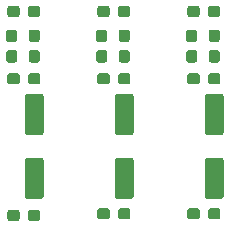
<source format=gbr>
G04 #@! TF.GenerationSoftware,KiCad,Pcbnew,(5.1.5-0-10_14)*
G04 #@! TF.CreationDate,2020-07-09T21:36:47+03:00*
G04 #@! TF.ProjectId,miniRGBii,6d696e69-5247-4426-9969-2e6b69636164,rev?*
G04 #@! TF.SameCoordinates,Original*
G04 #@! TF.FileFunction,Paste,Top*
G04 #@! TF.FilePolarity,Positive*
%FSLAX46Y46*%
G04 Gerber Fmt 4.6, Leading zero omitted, Abs format (unit mm)*
G04 Created by KiCad (PCBNEW (5.1.5-0-10_14)) date 2020-07-09 21:36:47*
%MOMM*%
%LPD*%
G04 APERTURE LIST*
%ADD10C,0.100000*%
G04 APERTURE END LIST*
D10*
G36*
X12502779Y-21243144D02*
G01*
X12525834Y-21246563D01*
X12548443Y-21252227D01*
X12570387Y-21260079D01*
X12591457Y-21270044D01*
X12611448Y-21282026D01*
X12630168Y-21295910D01*
X12647438Y-21311562D01*
X12663090Y-21328832D01*
X12676974Y-21347552D01*
X12688956Y-21367543D01*
X12698921Y-21388613D01*
X12706773Y-21410557D01*
X12712437Y-21433166D01*
X12715856Y-21456221D01*
X12717000Y-21479500D01*
X12717000Y-21954500D01*
X12715856Y-21977779D01*
X12712437Y-22000834D01*
X12706773Y-22023443D01*
X12698921Y-22045387D01*
X12688956Y-22066457D01*
X12676974Y-22086448D01*
X12663090Y-22105168D01*
X12647438Y-22122438D01*
X12630168Y-22138090D01*
X12611448Y-22151974D01*
X12591457Y-22163956D01*
X12570387Y-22173921D01*
X12548443Y-22181773D01*
X12525834Y-22187437D01*
X12502779Y-22190856D01*
X12479500Y-22192000D01*
X11904500Y-22192000D01*
X11881221Y-22190856D01*
X11858166Y-22187437D01*
X11835557Y-22181773D01*
X11813613Y-22173921D01*
X11792543Y-22163956D01*
X11772552Y-22151974D01*
X11753832Y-22138090D01*
X11736562Y-22122438D01*
X11720910Y-22105168D01*
X11707026Y-22086448D01*
X11695044Y-22066457D01*
X11685079Y-22045387D01*
X11677227Y-22023443D01*
X11671563Y-22000834D01*
X11668144Y-21977779D01*
X11667000Y-21954500D01*
X11667000Y-21479500D01*
X11668144Y-21456221D01*
X11671563Y-21433166D01*
X11677227Y-21410557D01*
X11685079Y-21388613D01*
X11695044Y-21367543D01*
X11707026Y-21347552D01*
X11720910Y-21328832D01*
X11736562Y-21311562D01*
X11753832Y-21295910D01*
X11772552Y-21282026D01*
X11792543Y-21270044D01*
X11813613Y-21260079D01*
X11835557Y-21252227D01*
X11858166Y-21246563D01*
X11881221Y-21243144D01*
X11904500Y-21242000D01*
X12479500Y-21242000D01*
X12502779Y-21243144D01*
G37*
G36*
X10752779Y-21243144D02*
G01*
X10775834Y-21246563D01*
X10798443Y-21252227D01*
X10820387Y-21260079D01*
X10841457Y-21270044D01*
X10861448Y-21282026D01*
X10880168Y-21295910D01*
X10897438Y-21311562D01*
X10913090Y-21328832D01*
X10926974Y-21347552D01*
X10938956Y-21367543D01*
X10948921Y-21388613D01*
X10956773Y-21410557D01*
X10962437Y-21433166D01*
X10965856Y-21456221D01*
X10967000Y-21479500D01*
X10967000Y-21954500D01*
X10965856Y-21977779D01*
X10962437Y-22000834D01*
X10956773Y-22023443D01*
X10948921Y-22045387D01*
X10938956Y-22066457D01*
X10926974Y-22086448D01*
X10913090Y-22105168D01*
X10897438Y-22122438D01*
X10880168Y-22138090D01*
X10861448Y-22151974D01*
X10841457Y-22163956D01*
X10820387Y-22173921D01*
X10798443Y-22181773D01*
X10775834Y-22187437D01*
X10752779Y-22190856D01*
X10729500Y-22192000D01*
X10154500Y-22192000D01*
X10131221Y-22190856D01*
X10108166Y-22187437D01*
X10085557Y-22181773D01*
X10063613Y-22173921D01*
X10042543Y-22163956D01*
X10022552Y-22151974D01*
X10003832Y-22138090D01*
X9986562Y-22122438D01*
X9970910Y-22105168D01*
X9957026Y-22086448D01*
X9945044Y-22066457D01*
X9935079Y-22045387D01*
X9927227Y-22023443D01*
X9921563Y-22000834D01*
X9918144Y-21977779D01*
X9917000Y-21954500D01*
X9917000Y-21479500D01*
X9918144Y-21456221D01*
X9921563Y-21433166D01*
X9927227Y-21410557D01*
X9935079Y-21388613D01*
X9945044Y-21367543D01*
X9957026Y-21347552D01*
X9970910Y-21328832D01*
X9986562Y-21311562D01*
X10003832Y-21295910D01*
X10022552Y-21282026D01*
X10042543Y-21270044D01*
X10063613Y-21260079D01*
X10085557Y-21252227D01*
X10108166Y-21246563D01*
X10131221Y-21243144D01*
X10154500Y-21242000D01*
X10729500Y-21242000D01*
X10752779Y-21243144D01*
G37*
G36*
X18372779Y-4098144D02*
G01*
X18395834Y-4101563D01*
X18418443Y-4107227D01*
X18440387Y-4115079D01*
X18461457Y-4125044D01*
X18481448Y-4137026D01*
X18500168Y-4150910D01*
X18517438Y-4166562D01*
X18533090Y-4183832D01*
X18546974Y-4202552D01*
X18558956Y-4222543D01*
X18568921Y-4243613D01*
X18576773Y-4265557D01*
X18582437Y-4288166D01*
X18585856Y-4311221D01*
X18587000Y-4334500D01*
X18587000Y-4809500D01*
X18585856Y-4832779D01*
X18582437Y-4855834D01*
X18576773Y-4878443D01*
X18568921Y-4900387D01*
X18558956Y-4921457D01*
X18546974Y-4941448D01*
X18533090Y-4960168D01*
X18517438Y-4977438D01*
X18500168Y-4993090D01*
X18481448Y-5006974D01*
X18461457Y-5018956D01*
X18440387Y-5028921D01*
X18418443Y-5036773D01*
X18395834Y-5042437D01*
X18372779Y-5045856D01*
X18349500Y-5047000D01*
X17774500Y-5047000D01*
X17751221Y-5045856D01*
X17728166Y-5042437D01*
X17705557Y-5036773D01*
X17683613Y-5028921D01*
X17662543Y-5018956D01*
X17642552Y-5006974D01*
X17623832Y-4993090D01*
X17606562Y-4977438D01*
X17590910Y-4960168D01*
X17577026Y-4941448D01*
X17565044Y-4921457D01*
X17555079Y-4900387D01*
X17547227Y-4878443D01*
X17541563Y-4855834D01*
X17538144Y-4832779D01*
X17537000Y-4809500D01*
X17537000Y-4334500D01*
X17538144Y-4311221D01*
X17541563Y-4288166D01*
X17547227Y-4265557D01*
X17555079Y-4243613D01*
X17565044Y-4222543D01*
X17577026Y-4202552D01*
X17590910Y-4183832D01*
X17606562Y-4166562D01*
X17623832Y-4150910D01*
X17642552Y-4137026D01*
X17662543Y-4125044D01*
X17683613Y-4115079D01*
X17705557Y-4107227D01*
X17728166Y-4101563D01*
X17751221Y-4098144D01*
X17774500Y-4097000D01*
X18349500Y-4097000D01*
X18372779Y-4098144D01*
G37*
G36*
X20122779Y-4098144D02*
G01*
X20145834Y-4101563D01*
X20168443Y-4107227D01*
X20190387Y-4115079D01*
X20211457Y-4125044D01*
X20231448Y-4137026D01*
X20250168Y-4150910D01*
X20267438Y-4166562D01*
X20283090Y-4183832D01*
X20296974Y-4202552D01*
X20308956Y-4222543D01*
X20318921Y-4243613D01*
X20326773Y-4265557D01*
X20332437Y-4288166D01*
X20335856Y-4311221D01*
X20337000Y-4334500D01*
X20337000Y-4809500D01*
X20335856Y-4832779D01*
X20332437Y-4855834D01*
X20326773Y-4878443D01*
X20318921Y-4900387D01*
X20308956Y-4921457D01*
X20296974Y-4941448D01*
X20283090Y-4960168D01*
X20267438Y-4977438D01*
X20250168Y-4993090D01*
X20231448Y-5006974D01*
X20211457Y-5018956D01*
X20190387Y-5028921D01*
X20168443Y-5036773D01*
X20145834Y-5042437D01*
X20122779Y-5045856D01*
X20099500Y-5047000D01*
X19524500Y-5047000D01*
X19501221Y-5045856D01*
X19478166Y-5042437D01*
X19455557Y-5036773D01*
X19433613Y-5028921D01*
X19412543Y-5018956D01*
X19392552Y-5006974D01*
X19373832Y-4993090D01*
X19356562Y-4977438D01*
X19340910Y-4960168D01*
X19327026Y-4941448D01*
X19315044Y-4921457D01*
X19305079Y-4900387D01*
X19297227Y-4878443D01*
X19291563Y-4855834D01*
X19288144Y-4832779D01*
X19287000Y-4809500D01*
X19287000Y-4334500D01*
X19288144Y-4311221D01*
X19291563Y-4288166D01*
X19297227Y-4265557D01*
X19305079Y-4243613D01*
X19315044Y-4222543D01*
X19327026Y-4202552D01*
X19340910Y-4183832D01*
X19356562Y-4166562D01*
X19373832Y-4150910D01*
X19392552Y-4137026D01*
X19412543Y-4125044D01*
X19433613Y-4115079D01*
X19455557Y-4107227D01*
X19478166Y-4101563D01*
X19501221Y-4098144D01*
X19524500Y-4097000D01*
X20099500Y-4097000D01*
X20122779Y-4098144D01*
G37*
G36*
X12766504Y-16953204D02*
G01*
X12790773Y-16956804D01*
X12814571Y-16962765D01*
X12837671Y-16971030D01*
X12859849Y-16981520D01*
X12880893Y-16994133D01*
X12900598Y-17008747D01*
X12918777Y-17025223D01*
X12935253Y-17043402D01*
X12949867Y-17063107D01*
X12962480Y-17084151D01*
X12972970Y-17106329D01*
X12981235Y-17129429D01*
X12987196Y-17153227D01*
X12990796Y-17177496D01*
X12992000Y-17202000D01*
X12992000Y-20202000D01*
X12990796Y-20226504D01*
X12987196Y-20250773D01*
X12981235Y-20274571D01*
X12972970Y-20297671D01*
X12962480Y-20319849D01*
X12949867Y-20340893D01*
X12935253Y-20360598D01*
X12918777Y-20378777D01*
X12900598Y-20395253D01*
X12880893Y-20409867D01*
X12859849Y-20422480D01*
X12837671Y-20432970D01*
X12814571Y-20441235D01*
X12790773Y-20447196D01*
X12766504Y-20450796D01*
X12742000Y-20452000D01*
X11642000Y-20452000D01*
X11617496Y-20450796D01*
X11593227Y-20447196D01*
X11569429Y-20441235D01*
X11546329Y-20432970D01*
X11524151Y-20422480D01*
X11503107Y-20409867D01*
X11483402Y-20395253D01*
X11465223Y-20378777D01*
X11448747Y-20360598D01*
X11434133Y-20340893D01*
X11421520Y-20319849D01*
X11411030Y-20297671D01*
X11402765Y-20274571D01*
X11396804Y-20250773D01*
X11393204Y-20226504D01*
X11392000Y-20202000D01*
X11392000Y-17202000D01*
X11393204Y-17177496D01*
X11396804Y-17153227D01*
X11402765Y-17129429D01*
X11411030Y-17106329D01*
X11421520Y-17084151D01*
X11434133Y-17063107D01*
X11448747Y-17043402D01*
X11465223Y-17025223D01*
X11483402Y-17008747D01*
X11503107Y-16994133D01*
X11524151Y-16981520D01*
X11546329Y-16971030D01*
X11569429Y-16962765D01*
X11593227Y-16956804D01*
X11617496Y-16953204D01*
X11642000Y-16952000D01*
X12742000Y-16952000D01*
X12766504Y-16953204D01*
G37*
G36*
X12766504Y-11553204D02*
G01*
X12790773Y-11556804D01*
X12814571Y-11562765D01*
X12837671Y-11571030D01*
X12859849Y-11581520D01*
X12880893Y-11594133D01*
X12900598Y-11608747D01*
X12918777Y-11625223D01*
X12935253Y-11643402D01*
X12949867Y-11663107D01*
X12962480Y-11684151D01*
X12972970Y-11706329D01*
X12981235Y-11729429D01*
X12987196Y-11753227D01*
X12990796Y-11777496D01*
X12992000Y-11802000D01*
X12992000Y-14802000D01*
X12990796Y-14826504D01*
X12987196Y-14850773D01*
X12981235Y-14874571D01*
X12972970Y-14897671D01*
X12962480Y-14919849D01*
X12949867Y-14940893D01*
X12935253Y-14960598D01*
X12918777Y-14978777D01*
X12900598Y-14995253D01*
X12880893Y-15009867D01*
X12859849Y-15022480D01*
X12837671Y-15032970D01*
X12814571Y-15041235D01*
X12790773Y-15047196D01*
X12766504Y-15050796D01*
X12742000Y-15052000D01*
X11642000Y-15052000D01*
X11617496Y-15050796D01*
X11593227Y-15047196D01*
X11569429Y-15041235D01*
X11546329Y-15032970D01*
X11524151Y-15022480D01*
X11503107Y-15009867D01*
X11483402Y-14995253D01*
X11465223Y-14978777D01*
X11448747Y-14960598D01*
X11434133Y-14940893D01*
X11421520Y-14919849D01*
X11411030Y-14897671D01*
X11402765Y-14874571D01*
X11396804Y-14850773D01*
X11393204Y-14826504D01*
X11392000Y-14802000D01*
X11392000Y-11802000D01*
X11393204Y-11777496D01*
X11396804Y-11753227D01*
X11402765Y-11729429D01*
X11411030Y-11706329D01*
X11421520Y-11684151D01*
X11434133Y-11663107D01*
X11448747Y-11643402D01*
X11465223Y-11625223D01*
X11483402Y-11608747D01*
X11503107Y-11594133D01*
X11524151Y-11581520D01*
X11546329Y-11571030D01*
X11569429Y-11562765D01*
X11593227Y-11556804D01*
X11617496Y-11553204D01*
X11642000Y-11552000D01*
X12742000Y-11552000D01*
X12766504Y-11553204D01*
G37*
G36*
X20386504Y-11553204D02*
G01*
X20410773Y-11556804D01*
X20434571Y-11562765D01*
X20457671Y-11571030D01*
X20479849Y-11581520D01*
X20500893Y-11594133D01*
X20520598Y-11608747D01*
X20538777Y-11625223D01*
X20555253Y-11643402D01*
X20569867Y-11663107D01*
X20582480Y-11684151D01*
X20592970Y-11706329D01*
X20601235Y-11729429D01*
X20607196Y-11753227D01*
X20610796Y-11777496D01*
X20612000Y-11802000D01*
X20612000Y-14802000D01*
X20610796Y-14826504D01*
X20607196Y-14850773D01*
X20601235Y-14874571D01*
X20592970Y-14897671D01*
X20582480Y-14919849D01*
X20569867Y-14940893D01*
X20555253Y-14960598D01*
X20538777Y-14978777D01*
X20520598Y-14995253D01*
X20500893Y-15009867D01*
X20479849Y-15022480D01*
X20457671Y-15032970D01*
X20434571Y-15041235D01*
X20410773Y-15047196D01*
X20386504Y-15050796D01*
X20362000Y-15052000D01*
X19262000Y-15052000D01*
X19237496Y-15050796D01*
X19213227Y-15047196D01*
X19189429Y-15041235D01*
X19166329Y-15032970D01*
X19144151Y-15022480D01*
X19123107Y-15009867D01*
X19103402Y-14995253D01*
X19085223Y-14978777D01*
X19068747Y-14960598D01*
X19054133Y-14940893D01*
X19041520Y-14919849D01*
X19031030Y-14897671D01*
X19022765Y-14874571D01*
X19016804Y-14850773D01*
X19013204Y-14826504D01*
X19012000Y-14802000D01*
X19012000Y-11802000D01*
X19013204Y-11777496D01*
X19016804Y-11753227D01*
X19022765Y-11729429D01*
X19031030Y-11706329D01*
X19041520Y-11684151D01*
X19054133Y-11663107D01*
X19068747Y-11643402D01*
X19085223Y-11625223D01*
X19103402Y-11608747D01*
X19123107Y-11594133D01*
X19144151Y-11581520D01*
X19166329Y-11571030D01*
X19189429Y-11562765D01*
X19213227Y-11556804D01*
X19237496Y-11553204D01*
X19262000Y-11552000D01*
X20362000Y-11552000D01*
X20386504Y-11553204D01*
G37*
G36*
X20386504Y-16953204D02*
G01*
X20410773Y-16956804D01*
X20434571Y-16962765D01*
X20457671Y-16971030D01*
X20479849Y-16981520D01*
X20500893Y-16994133D01*
X20520598Y-17008747D01*
X20538777Y-17025223D01*
X20555253Y-17043402D01*
X20569867Y-17063107D01*
X20582480Y-17084151D01*
X20592970Y-17106329D01*
X20601235Y-17129429D01*
X20607196Y-17153227D01*
X20610796Y-17177496D01*
X20612000Y-17202000D01*
X20612000Y-20202000D01*
X20610796Y-20226504D01*
X20607196Y-20250773D01*
X20601235Y-20274571D01*
X20592970Y-20297671D01*
X20582480Y-20319849D01*
X20569867Y-20340893D01*
X20555253Y-20360598D01*
X20538777Y-20378777D01*
X20520598Y-20395253D01*
X20500893Y-20409867D01*
X20479849Y-20422480D01*
X20457671Y-20432970D01*
X20434571Y-20441235D01*
X20410773Y-20447196D01*
X20386504Y-20450796D01*
X20362000Y-20452000D01*
X19262000Y-20452000D01*
X19237496Y-20450796D01*
X19213227Y-20447196D01*
X19189429Y-20441235D01*
X19166329Y-20432970D01*
X19144151Y-20422480D01*
X19123107Y-20409867D01*
X19103402Y-20395253D01*
X19085223Y-20378777D01*
X19068747Y-20360598D01*
X19054133Y-20340893D01*
X19041520Y-20319849D01*
X19031030Y-20297671D01*
X19022765Y-20274571D01*
X19016804Y-20250773D01*
X19013204Y-20226504D01*
X19012000Y-20202000D01*
X19012000Y-17202000D01*
X19013204Y-17177496D01*
X19016804Y-17153227D01*
X19022765Y-17129429D01*
X19031030Y-17106329D01*
X19041520Y-17084151D01*
X19054133Y-17063107D01*
X19068747Y-17043402D01*
X19085223Y-17025223D01*
X19103402Y-17008747D01*
X19123107Y-16994133D01*
X19144151Y-16981520D01*
X19166329Y-16971030D01*
X19189429Y-16962765D01*
X19213227Y-16956804D01*
X19237496Y-16953204D01*
X19262000Y-16952000D01*
X20362000Y-16952000D01*
X20386504Y-16953204D01*
G37*
G36*
X5146504Y-16953204D02*
G01*
X5170773Y-16956804D01*
X5194571Y-16962765D01*
X5217671Y-16971030D01*
X5239849Y-16981520D01*
X5260893Y-16994133D01*
X5280598Y-17008747D01*
X5298777Y-17025223D01*
X5315253Y-17043402D01*
X5329867Y-17063107D01*
X5342480Y-17084151D01*
X5352970Y-17106329D01*
X5361235Y-17129429D01*
X5367196Y-17153227D01*
X5370796Y-17177496D01*
X5372000Y-17202000D01*
X5372000Y-20202000D01*
X5370796Y-20226504D01*
X5367196Y-20250773D01*
X5361235Y-20274571D01*
X5352970Y-20297671D01*
X5342480Y-20319849D01*
X5329867Y-20340893D01*
X5315253Y-20360598D01*
X5298777Y-20378777D01*
X5280598Y-20395253D01*
X5260893Y-20409867D01*
X5239849Y-20422480D01*
X5217671Y-20432970D01*
X5194571Y-20441235D01*
X5170773Y-20447196D01*
X5146504Y-20450796D01*
X5122000Y-20452000D01*
X4022000Y-20452000D01*
X3997496Y-20450796D01*
X3973227Y-20447196D01*
X3949429Y-20441235D01*
X3926329Y-20432970D01*
X3904151Y-20422480D01*
X3883107Y-20409867D01*
X3863402Y-20395253D01*
X3845223Y-20378777D01*
X3828747Y-20360598D01*
X3814133Y-20340893D01*
X3801520Y-20319849D01*
X3791030Y-20297671D01*
X3782765Y-20274571D01*
X3776804Y-20250773D01*
X3773204Y-20226504D01*
X3772000Y-20202000D01*
X3772000Y-17202000D01*
X3773204Y-17177496D01*
X3776804Y-17153227D01*
X3782765Y-17129429D01*
X3791030Y-17106329D01*
X3801520Y-17084151D01*
X3814133Y-17063107D01*
X3828747Y-17043402D01*
X3845223Y-17025223D01*
X3863402Y-17008747D01*
X3883107Y-16994133D01*
X3904151Y-16981520D01*
X3926329Y-16971030D01*
X3949429Y-16962765D01*
X3973227Y-16956804D01*
X3997496Y-16953204D01*
X4022000Y-16952000D01*
X5122000Y-16952000D01*
X5146504Y-16953204D01*
G37*
G36*
X5146504Y-11553204D02*
G01*
X5170773Y-11556804D01*
X5194571Y-11562765D01*
X5217671Y-11571030D01*
X5239849Y-11581520D01*
X5260893Y-11594133D01*
X5280598Y-11608747D01*
X5298777Y-11625223D01*
X5315253Y-11643402D01*
X5329867Y-11663107D01*
X5342480Y-11684151D01*
X5352970Y-11706329D01*
X5361235Y-11729429D01*
X5367196Y-11753227D01*
X5370796Y-11777496D01*
X5372000Y-11802000D01*
X5372000Y-14802000D01*
X5370796Y-14826504D01*
X5367196Y-14850773D01*
X5361235Y-14874571D01*
X5352970Y-14897671D01*
X5342480Y-14919849D01*
X5329867Y-14940893D01*
X5315253Y-14960598D01*
X5298777Y-14978777D01*
X5280598Y-14995253D01*
X5260893Y-15009867D01*
X5239849Y-15022480D01*
X5217671Y-15032970D01*
X5194571Y-15041235D01*
X5170773Y-15047196D01*
X5146504Y-15050796D01*
X5122000Y-15052000D01*
X4022000Y-15052000D01*
X3997496Y-15050796D01*
X3973227Y-15047196D01*
X3949429Y-15041235D01*
X3926329Y-15032970D01*
X3904151Y-15022480D01*
X3883107Y-15009867D01*
X3863402Y-14995253D01*
X3845223Y-14978777D01*
X3828747Y-14960598D01*
X3814133Y-14940893D01*
X3801520Y-14919849D01*
X3791030Y-14897671D01*
X3782765Y-14874571D01*
X3776804Y-14850773D01*
X3773204Y-14826504D01*
X3772000Y-14802000D01*
X3772000Y-11802000D01*
X3773204Y-11777496D01*
X3776804Y-11753227D01*
X3782765Y-11729429D01*
X3791030Y-11706329D01*
X3801520Y-11684151D01*
X3814133Y-11663107D01*
X3828747Y-11643402D01*
X3845223Y-11625223D01*
X3863402Y-11608747D01*
X3883107Y-11594133D01*
X3904151Y-11581520D01*
X3926329Y-11571030D01*
X3949429Y-11562765D01*
X3973227Y-11556804D01*
X3997496Y-11553204D01*
X4022000Y-11552000D01*
X5122000Y-11552000D01*
X5146504Y-11553204D01*
G37*
G36*
X4882779Y-9813144D02*
G01*
X4905834Y-9816563D01*
X4928443Y-9822227D01*
X4950387Y-9830079D01*
X4971457Y-9840044D01*
X4991448Y-9852026D01*
X5010168Y-9865910D01*
X5027438Y-9881562D01*
X5043090Y-9898832D01*
X5056974Y-9917552D01*
X5068956Y-9937543D01*
X5078921Y-9958613D01*
X5086773Y-9980557D01*
X5092437Y-10003166D01*
X5095856Y-10026221D01*
X5097000Y-10049500D01*
X5097000Y-10524500D01*
X5095856Y-10547779D01*
X5092437Y-10570834D01*
X5086773Y-10593443D01*
X5078921Y-10615387D01*
X5068956Y-10636457D01*
X5056974Y-10656448D01*
X5043090Y-10675168D01*
X5027438Y-10692438D01*
X5010168Y-10708090D01*
X4991448Y-10721974D01*
X4971457Y-10733956D01*
X4950387Y-10743921D01*
X4928443Y-10751773D01*
X4905834Y-10757437D01*
X4882779Y-10760856D01*
X4859500Y-10762000D01*
X4284500Y-10762000D01*
X4261221Y-10760856D01*
X4238166Y-10757437D01*
X4215557Y-10751773D01*
X4193613Y-10743921D01*
X4172543Y-10733956D01*
X4152552Y-10721974D01*
X4133832Y-10708090D01*
X4116562Y-10692438D01*
X4100910Y-10675168D01*
X4087026Y-10656448D01*
X4075044Y-10636457D01*
X4065079Y-10615387D01*
X4057227Y-10593443D01*
X4051563Y-10570834D01*
X4048144Y-10547779D01*
X4047000Y-10524500D01*
X4047000Y-10049500D01*
X4048144Y-10026221D01*
X4051563Y-10003166D01*
X4057227Y-9980557D01*
X4065079Y-9958613D01*
X4075044Y-9937543D01*
X4087026Y-9917552D01*
X4100910Y-9898832D01*
X4116562Y-9881562D01*
X4133832Y-9865910D01*
X4152552Y-9852026D01*
X4172543Y-9840044D01*
X4193613Y-9830079D01*
X4215557Y-9822227D01*
X4238166Y-9816563D01*
X4261221Y-9813144D01*
X4284500Y-9812000D01*
X4859500Y-9812000D01*
X4882779Y-9813144D01*
G37*
G36*
X3132779Y-9813144D02*
G01*
X3155834Y-9816563D01*
X3178443Y-9822227D01*
X3200387Y-9830079D01*
X3221457Y-9840044D01*
X3241448Y-9852026D01*
X3260168Y-9865910D01*
X3277438Y-9881562D01*
X3293090Y-9898832D01*
X3306974Y-9917552D01*
X3318956Y-9937543D01*
X3328921Y-9958613D01*
X3336773Y-9980557D01*
X3342437Y-10003166D01*
X3345856Y-10026221D01*
X3347000Y-10049500D01*
X3347000Y-10524500D01*
X3345856Y-10547779D01*
X3342437Y-10570834D01*
X3336773Y-10593443D01*
X3328921Y-10615387D01*
X3318956Y-10636457D01*
X3306974Y-10656448D01*
X3293090Y-10675168D01*
X3277438Y-10692438D01*
X3260168Y-10708090D01*
X3241448Y-10721974D01*
X3221457Y-10733956D01*
X3200387Y-10743921D01*
X3178443Y-10751773D01*
X3155834Y-10757437D01*
X3132779Y-10760856D01*
X3109500Y-10762000D01*
X2534500Y-10762000D01*
X2511221Y-10760856D01*
X2488166Y-10757437D01*
X2465557Y-10751773D01*
X2443613Y-10743921D01*
X2422543Y-10733956D01*
X2402552Y-10721974D01*
X2383832Y-10708090D01*
X2366562Y-10692438D01*
X2350910Y-10675168D01*
X2337026Y-10656448D01*
X2325044Y-10636457D01*
X2315079Y-10615387D01*
X2307227Y-10593443D01*
X2301563Y-10570834D01*
X2298144Y-10547779D01*
X2297000Y-10524500D01*
X2297000Y-10049500D01*
X2298144Y-10026221D01*
X2301563Y-10003166D01*
X2307227Y-9980557D01*
X2315079Y-9958613D01*
X2325044Y-9937543D01*
X2337026Y-9917552D01*
X2350910Y-9898832D01*
X2366562Y-9881562D01*
X2383832Y-9865910D01*
X2402552Y-9852026D01*
X2422543Y-9840044D01*
X2443613Y-9830079D01*
X2465557Y-9822227D01*
X2488166Y-9816563D01*
X2511221Y-9813144D01*
X2534500Y-9812000D01*
X3109500Y-9812000D01*
X3132779Y-9813144D01*
G37*
G36*
X2927779Y-7858144D02*
G01*
X2950834Y-7861563D01*
X2973443Y-7867227D01*
X2995387Y-7875079D01*
X3016457Y-7885044D01*
X3036448Y-7897026D01*
X3055168Y-7910910D01*
X3072438Y-7926562D01*
X3088090Y-7943832D01*
X3101974Y-7962552D01*
X3113956Y-7982543D01*
X3123921Y-8003613D01*
X3131773Y-8025557D01*
X3137437Y-8048166D01*
X3140856Y-8071221D01*
X3142000Y-8094500D01*
X3142000Y-8669500D01*
X3140856Y-8692779D01*
X3137437Y-8715834D01*
X3131773Y-8738443D01*
X3123921Y-8760387D01*
X3113956Y-8781457D01*
X3101974Y-8801448D01*
X3088090Y-8820168D01*
X3072438Y-8837438D01*
X3055168Y-8853090D01*
X3036448Y-8866974D01*
X3016457Y-8878956D01*
X2995387Y-8888921D01*
X2973443Y-8896773D01*
X2950834Y-8902437D01*
X2927779Y-8905856D01*
X2904500Y-8907000D01*
X2429500Y-8907000D01*
X2406221Y-8905856D01*
X2383166Y-8902437D01*
X2360557Y-8896773D01*
X2338613Y-8888921D01*
X2317543Y-8878956D01*
X2297552Y-8866974D01*
X2278832Y-8853090D01*
X2261562Y-8837438D01*
X2245910Y-8820168D01*
X2232026Y-8801448D01*
X2220044Y-8781457D01*
X2210079Y-8760387D01*
X2202227Y-8738443D01*
X2196563Y-8715834D01*
X2193144Y-8692779D01*
X2192000Y-8669500D01*
X2192000Y-8094500D01*
X2193144Y-8071221D01*
X2196563Y-8048166D01*
X2202227Y-8025557D01*
X2210079Y-8003613D01*
X2220044Y-7982543D01*
X2232026Y-7962552D01*
X2245910Y-7943832D01*
X2261562Y-7926562D01*
X2278832Y-7910910D01*
X2297552Y-7897026D01*
X2317543Y-7885044D01*
X2338613Y-7875079D01*
X2360557Y-7867227D01*
X2383166Y-7861563D01*
X2406221Y-7858144D01*
X2429500Y-7857000D01*
X2904500Y-7857000D01*
X2927779Y-7858144D01*
G37*
G36*
X2927779Y-6108144D02*
G01*
X2950834Y-6111563D01*
X2973443Y-6117227D01*
X2995387Y-6125079D01*
X3016457Y-6135044D01*
X3036448Y-6147026D01*
X3055168Y-6160910D01*
X3072438Y-6176562D01*
X3088090Y-6193832D01*
X3101974Y-6212552D01*
X3113956Y-6232543D01*
X3123921Y-6253613D01*
X3131773Y-6275557D01*
X3137437Y-6298166D01*
X3140856Y-6321221D01*
X3142000Y-6344500D01*
X3142000Y-6919500D01*
X3140856Y-6942779D01*
X3137437Y-6965834D01*
X3131773Y-6988443D01*
X3123921Y-7010387D01*
X3113956Y-7031457D01*
X3101974Y-7051448D01*
X3088090Y-7070168D01*
X3072438Y-7087438D01*
X3055168Y-7103090D01*
X3036448Y-7116974D01*
X3016457Y-7128956D01*
X2995387Y-7138921D01*
X2973443Y-7146773D01*
X2950834Y-7152437D01*
X2927779Y-7155856D01*
X2904500Y-7157000D01*
X2429500Y-7157000D01*
X2406221Y-7155856D01*
X2383166Y-7152437D01*
X2360557Y-7146773D01*
X2338613Y-7138921D01*
X2317543Y-7128956D01*
X2297552Y-7116974D01*
X2278832Y-7103090D01*
X2261562Y-7087438D01*
X2245910Y-7070168D01*
X2232026Y-7051448D01*
X2220044Y-7031457D01*
X2210079Y-7010387D01*
X2202227Y-6988443D01*
X2196563Y-6965834D01*
X2193144Y-6942779D01*
X2192000Y-6919500D01*
X2192000Y-6344500D01*
X2193144Y-6321221D01*
X2196563Y-6298166D01*
X2202227Y-6275557D01*
X2210079Y-6253613D01*
X2220044Y-6232543D01*
X2232026Y-6212552D01*
X2245910Y-6193832D01*
X2261562Y-6176562D01*
X2278832Y-6160910D01*
X2297552Y-6147026D01*
X2317543Y-6135044D01*
X2338613Y-6125079D01*
X2360557Y-6117227D01*
X2383166Y-6111563D01*
X2406221Y-6108144D01*
X2429500Y-6107000D01*
X2904500Y-6107000D01*
X2927779Y-6108144D01*
G37*
G36*
X12502779Y-9813144D02*
G01*
X12525834Y-9816563D01*
X12548443Y-9822227D01*
X12570387Y-9830079D01*
X12591457Y-9840044D01*
X12611448Y-9852026D01*
X12630168Y-9865910D01*
X12647438Y-9881562D01*
X12663090Y-9898832D01*
X12676974Y-9917552D01*
X12688956Y-9937543D01*
X12698921Y-9958613D01*
X12706773Y-9980557D01*
X12712437Y-10003166D01*
X12715856Y-10026221D01*
X12717000Y-10049500D01*
X12717000Y-10524500D01*
X12715856Y-10547779D01*
X12712437Y-10570834D01*
X12706773Y-10593443D01*
X12698921Y-10615387D01*
X12688956Y-10636457D01*
X12676974Y-10656448D01*
X12663090Y-10675168D01*
X12647438Y-10692438D01*
X12630168Y-10708090D01*
X12611448Y-10721974D01*
X12591457Y-10733956D01*
X12570387Y-10743921D01*
X12548443Y-10751773D01*
X12525834Y-10757437D01*
X12502779Y-10760856D01*
X12479500Y-10762000D01*
X11904500Y-10762000D01*
X11881221Y-10760856D01*
X11858166Y-10757437D01*
X11835557Y-10751773D01*
X11813613Y-10743921D01*
X11792543Y-10733956D01*
X11772552Y-10721974D01*
X11753832Y-10708090D01*
X11736562Y-10692438D01*
X11720910Y-10675168D01*
X11707026Y-10656448D01*
X11695044Y-10636457D01*
X11685079Y-10615387D01*
X11677227Y-10593443D01*
X11671563Y-10570834D01*
X11668144Y-10547779D01*
X11667000Y-10524500D01*
X11667000Y-10049500D01*
X11668144Y-10026221D01*
X11671563Y-10003166D01*
X11677227Y-9980557D01*
X11685079Y-9958613D01*
X11695044Y-9937543D01*
X11707026Y-9917552D01*
X11720910Y-9898832D01*
X11736562Y-9881562D01*
X11753832Y-9865910D01*
X11772552Y-9852026D01*
X11792543Y-9840044D01*
X11813613Y-9830079D01*
X11835557Y-9822227D01*
X11858166Y-9816563D01*
X11881221Y-9813144D01*
X11904500Y-9812000D01*
X12479500Y-9812000D01*
X12502779Y-9813144D01*
G37*
G36*
X10752779Y-9813144D02*
G01*
X10775834Y-9816563D01*
X10798443Y-9822227D01*
X10820387Y-9830079D01*
X10841457Y-9840044D01*
X10861448Y-9852026D01*
X10880168Y-9865910D01*
X10897438Y-9881562D01*
X10913090Y-9898832D01*
X10926974Y-9917552D01*
X10938956Y-9937543D01*
X10948921Y-9958613D01*
X10956773Y-9980557D01*
X10962437Y-10003166D01*
X10965856Y-10026221D01*
X10967000Y-10049500D01*
X10967000Y-10524500D01*
X10965856Y-10547779D01*
X10962437Y-10570834D01*
X10956773Y-10593443D01*
X10948921Y-10615387D01*
X10938956Y-10636457D01*
X10926974Y-10656448D01*
X10913090Y-10675168D01*
X10897438Y-10692438D01*
X10880168Y-10708090D01*
X10861448Y-10721974D01*
X10841457Y-10733956D01*
X10820387Y-10743921D01*
X10798443Y-10751773D01*
X10775834Y-10757437D01*
X10752779Y-10760856D01*
X10729500Y-10762000D01*
X10154500Y-10762000D01*
X10131221Y-10760856D01*
X10108166Y-10757437D01*
X10085557Y-10751773D01*
X10063613Y-10743921D01*
X10042543Y-10733956D01*
X10022552Y-10721974D01*
X10003832Y-10708090D01*
X9986562Y-10692438D01*
X9970910Y-10675168D01*
X9957026Y-10656448D01*
X9945044Y-10636457D01*
X9935079Y-10615387D01*
X9927227Y-10593443D01*
X9921563Y-10570834D01*
X9918144Y-10547779D01*
X9917000Y-10524500D01*
X9917000Y-10049500D01*
X9918144Y-10026221D01*
X9921563Y-10003166D01*
X9927227Y-9980557D01*
X9935079Y-9958613D01*
X9945044Y-9937543D01*
X9957026Y-9917552D01*
X9970910Y-9898832D01*
X9986562Y-9881562D01*
X10003832Y-9865910D01*
X10022552Y-9852026D01*
X10042543Y-9840044D01*
X10063613Y-9830079D01*
X10085557Y-9822227D01*
X10108166Y-9816563D01*
X10131221Y-9813144D01*
X10154500Y-9812000D01*
X10729500Y-9812000D01*
X10752779Y-9813144D01*
G37*
G36*
X10547779Y-7858144D02*
G01*
X10570834Y-7861563D01*
X10593443Y-7867227D01*
X10615387Y-7875079D01*
X10636457Y-7885044D01*
X10656448Y-7897026D01*
X10675168Y-7910910D01*
X10692438Y-7926562D01*
X10708090Y-7943832D01*
X10721974Y-7962552D01*
X10733956Y-7982543D01*
X10743921Y-8003613D01*
X10751773Y-8025557D01*
X10757437Y-8048166D01*
X10760856Y-8071221D01*
X10762000Y-8094500D01*
X10762000Y-8669500D01*
X10760856Y-8692779D01*
X10757437Y-8715834D01*
X10751773Y-8738443D01*
X10743921Y-8760387D01*
X10733956Y-8781457D01*
X10721974Y-8801448D01*
X10708090Y-8820168D01*
X10692438Y-8837438D01*
X10675168Y-8853090D01*
X10656448Y-8866974D01*
X10636457Y-8878956D01*
X10615387Y-8888921D01*
X10593443Y-8896773D01*
X10570834Y-8902437D01*
X10547779Y-8905856D01*
X10524500Y-8907000D01*
X10049500Y-8907000D01*
X10026221Y-8905856D01*
X10003166Y-8902437D01*
X9980557Y-8896773D01*
X9958613Y-8888921D01*
X9937543Y-8878956D01*
X9917552Y-8866974D01*
X9898832Y-8853090D01*
X9881562Y-8837438D01*
X9865910Y-8820168D01*
X9852026Y-8801448D01*
X9840044Y-8781457D01*
X9830079Y-8760387D01*
X9822227Y-8738443D01*
X9816563Y-8715834D01*
X9813144Y-8692779D01*
X9812000Y-8669500D01*
X9812000Y-8094500D01*
X9813144Y-8071221D01*
X9816563Y-8048166D01*
X9822227Y-8025557D01*
X9830079Y-8003613D01*
X9840044Y-7982543D01*
X9852026Y-7962552D01*
X9865910Y-7943832D01*
X9881562Y-7926562D01*
X9898832Y-7910910D01*
X9917552Y-7897026D01*
X9937543Y-7885044D01*
X9958613Y-7875079D01*
X9980557Y-7867227D01*
X10003166Y-7861563D01*
X10026221Y-7858144D01*
X10049500Y-7857000D01*
X10524500Y-7857000D01*
X10547779Y-7858144D01*
G37*
G36*
X10547779Y-6108144D02*
G01*
X10570834Y-6111563D01*
X10593443Y-6117227D01*
X10615387Y-6125079D01*
X10636457Y-6135044D01*
X10656448Y-6147026D01*
X10675168Y-6160910D01*
X10692438Y-6176562D01*
X10708090Y-6193832D01*
X10721974Y-6212552D01*
X10733956Y-6232543D01*
X10743921Y-6253613D01*
X10751773Y-6275557D01*
X10757437Y-6298166D01*
X10760856Y-6321221D01*
X10762000Y-6344500D01*
X10762000Y-6919500D01*
X10760856Y-6942779D01*
X10757437Y-6965834D01*
X10751773Y-6988443D01*
X10743921Y-7010387D01*
X10733956Y-7031457D01*
X10721974Y-7051448D01*
X10708090Y-7070168D01*
X10692438Y-7087438D01*
X10675168Y-7103090D01*
X10656448Y-7116974D01*
X10636457Y-7128956D01*
X10615387Y-7138921D01*
X10593443Y-7146773D01*
X10570834Y-7152437D01*
X10547779Y-7155856D01*
X10524500Y-7157000D01*
X10049500Y-7157000D01*
X10026221Y-7155856D01*
X10003166Y-7152437D01*
X9980557Y-7146773D01*
X9958613Y-7138921D01*
X9937543Y-7128956D01*
X9917552Y-7116974D01*
X9898832Y-7103090D01*
X9881562Y-7087438D01*
X9865910Y-7070168D01*
X9852026Y-7051448D01*
X9840044Y-7031457D01*
X9830079Y-7010387D01*
X9822227Y-6988443D01*
X9816563Y-6965834D01*
X9813144Y-6942779D01*
X9812000Y-6919500D01*
X9812000Y-6344500D01*
X9813144Y-6321221D01*
X9816563Y-6298166D01*
X9822227Y-6275557D01*
X9830079Y-6253613D01*
X9840044Y-6232543D01*
X9852026Y-6212552D01*
X9865910Y-6193832D01*
X9881562Y-6176562D01*
X9898832Y-6160910D01*
X9917552Y-6147026D01*
X9937543Y-6135044D01*
X9958613Y-6125079D01*
X9980557Y-6117227D01*
X10003166Y-6111563D01*
X10026221Y-6108144D01*
X10049500Y-6107000D01*
X10524500Y-6107000D01*
X10547779Y-6108144D01*
G37*
G36*
X20122779Y-9813144D02*
G01*
X20145834Y-9816563D01*
X20168443Y-9822227D01*
X20190387Y-9830079D01*
X20211457Y-9840044D01*
X20231448Y-9852026D01*
X20250168Y-9865910D01*
X20267438Y-9881562D01*
X20283090Y-9898832D01*
X20296974Y-9917552D01*
X20308956Y-9937543D01*
X20318921Y-9958613D01*
X20326773Y-9980557D01*
X20332437Y-10003166D01*
X20335856Y-10026221D01*
X20337000Y-10049500D01*
X20337000Y-10524500D01*
X20335856Y-10547779D01*
X20332437Y-10570834D01*
X20326773Y-10593443D01*
X20318921Y-10615387D01*
X20308956Y-10636457D01*
X20296974Y-10656448D01*
X20283090Y-10675168D01*
X20267438Y-10692438D01*
X20250168Y-10708090D01*
X20231448Y-10721974D01*
X20211457Y-10733956D01*
X20190387Y-10743921D01*
X20168443Y-10751773D01*
X20145834Y-10757437D01*
X20122779Y-10760856D01*
X20099500Y-10762000D01*
X19524500Y-10762000D01*
X19501221Y-10760856D01*
X19478166Y-10757437D01*
X19455557Y-10751773D01*
X19433613Y-10743921D01*
X19412543Y-10733956D01*
X19392552Y-10721974D01*
X19373832Y-10708090D01*
X19356562Y-10692438D01*
X19340910Y-10675168D01*
X19327026Y-10656448D01*
X19315044Y-10636457D01*
X19305079Y-10615387D01*
X19297227Y-10593443D01*
X19291563Y-10570834D01*
X19288144Y-10547779D01*
X19287000Y-10524500D01*
X19287000Y-10049500D01*
X19288144Y-10026221D01*
X19291563Y-10003166D01*
X19297227Y-9980557D01*
X19305079Y-9958613D01*
X19315044Y-9937543D01*
X19327026Y-9917552D01*
X19340910Y-9898832D01*
X19356562Y-9881562D01*
X19373832Y-9865910D01*
X19392552Y-9852026D01*
X19412543Y-9840044D01*
X19433613Y-9830079D01*
X19455557Y-9822227D01*
X19478166Y-9816563D01*
X19501221Y-9813144D01*
X19524500Y-9812000D01*
X20099500Y-9812000D01*
X20122779Y-9813144D01*
G37*
G36*
X18372779Y-9813144D02*
G01*
X18395834Y-9816563D01*
X18418443Y-9822227D01*
X18440387Y-9830079D01*
X18461457Y-9840044D01*
X18481448Y-9852026D01*
X18500168Y-9865910D01*
X18517438Y-9881562D01*
X18533090Y-9898832D01*
X18546974Y-9917552D01*
X18558956Y-9937543D01*
X18568921Y-9958613D01*
X18576773Y-9980557D01*
X18582437Y-10003166D01*
X18585856Y-10026221D01*
X18587000Y-10049500D01*
X18587000Y-10524500D01*
X18585856Y-10547779D01*
X18582437Y-10570834D01*
X18576773Y-10593443D01*
X18568921Y-10615387D01*
X18558956Y-10636457D01*
X18546974Y-10656448D01*
X18533090Y-10675168D01*
X18517438Y-10692438D01*
X18500168Y-10708090D01*
X18481448Y-10721974D01*
X18461457Y-10733956D01*
X18440387Y-10743921D01*
X18418443Y-10751773D01*
X18395834Y-10757437D01*
X18372779Y-10760856D01*
X18349500Y-10762000D01*
X17774500Y-10762000D01*
X17751221Y-10760856D01*
X17728166Y-10757437D01*
X17705557Y-10751773D01*
X17683613Y-10743921D01*
X17662543Y-10733956D01*
X17642552Y-10721974D01*
X17623832Y-10708090D01*
X17606562Y-10692438D01*
X17590910Y-10675168D01*
X17577026Y-10656448D01*
X17565044Y-10636457D01*
X17555079Y-10615387D01*
X17547227Y-10593443D01*
X17541563Y-10570834D01*
X17538144Y-10547779D01*
X17537000Y-10524500D01*
X17537000Y-10049500D01*
X17538144Y-10026221D01*
X17541563Y-10003166D01*
X17547227Y-9980557D01*
X17555079Y-9958613D01*
X17565044Y-9937543D01*
X17577026Y-9917552D01*
X17590910Y-9898832D01*
X17606562Y-9881562D01*
X17623832Y-9865910D01*
X17642552Y-9852026D01*
X17662543Y-9840044D01*
X17683613Y-9830079D01*
X17705557Y-9822227D01*
X17728166Y-9816563D01*
X17751221Y-9813144D01*
X17774500Y-9812000D01*
X18349500Y-9812000D01*
X18372779Y-9813144D01*
G37*
G36*
X18167779Y-7858144D02*
G01*
X18190834Y-7861563D01*
X18213443Y-7867227D01*
X18235387Y-7875079D01*
X18256457Y-7885044D01*
X18276448Y-7897026D01*
X18295168Y-7910910D01*
X18312438Y-7926562D01*
X18328090Y-7943832D01*
X18341974Y-7962552D01*
X18353956Y-7982543D01*
X18363921Y-8003613D01*
X18371773Y-8025557D01*
X18377437Y-8048166D01*
X18380856Y-8071221D01*
X18382000Y-8094500D01*
X18382000Y-8669500D01*
X18380856Y-8692779D01*
X18377437Y-8715834D01*
X18371773Y-8738443D01*
X18363921Y-8760387D01*
X18353956Y-8781457D01*
X18341974Y-8801448D01*
X18328090Y-8820168D01*
X18312438Y-8837438D01*
X18295168Y-8853090D01*
X18276448Y-8866974D01*
X18256457Y-8878956D01*
X18235387Y-8888921D01*
X18213443Y-8896773D01*
X18190834Y-8902437D01*
X18167779Y-8905856D01*
X18144500Y-8907000D01*
X17669500Y-8907000D01*
X17646221Y-8905856D01*
X17623166Y-8902437D01*
X17600557Y-8896773D01*
X17578613Y-8888921D01*
X17557543Y-8878956D01*
X17537552Y-8866974D01*
X17518832Y-8853090D01*
X17501562Y-8837438D01*
X17485910Y-8820168D01*
X17472026Y-8801448D01*
X17460044Y-8781457D01*
X17450079Y-8760387D01*
X17442227Y-8738443D01*
X17436563Y-8715834D01*
X17433144Y-8692779D01*
X17432000Y-8669500D01*
X17432000Y-8094500D01*
X17433144Y-8071221D01*
X17436563Y-8048166D01*
X17442227Y-8025557D01*
X17450079Y-8003613D01*
X17460044Y-7982543D01*
X17472026Y-7962552D01*
X17485910Y-7943832D01*
X17501562Y-7926562D01*
X17518832Y-7910910D01*
X17537552Y-7897026D01*
X17557543Y-7885044D01*
X17578613Y-7875079D01*
X17600557Y-7867227D01*
X17623166Y-7861563D01*
X17646221Y-7858144D01*
X17669500Y-7857000D01*
X18144500Y-7857000D01*
X18167779Y-7858144D01*
G37*
G36*
X18167779Y-6108144D02*
G01*
X18190834Y-6111563D01*
X18213443Y-6117227D01*
X18235387Y-6125079D01*
X18256457Y-6135044D01*
X18276448Y-6147026D01*
X18295168Y-6160910D01*
X18312438Y-6176562D01*
X18328090Y-6193832D01*
X18341974Y-6212552D01*
X18353956Y-6232543D01*
X18363921Y-6253613D01*
X18371773Y-6275557D01*
X18377437Y-6298166D01*
X18380856Y-6321221D01*
X18382000Y-6344500D01*
X18382000Y-6919500D01*
X18380856Y-6942779D01*
X18377437Y-6965834D01*
X18371773Y-6988443D01*
X18363921Y-7010387D01*
X18353956Y-7031457D01*
X18341974Y-7051448D01*
X18328090Y-7070168D01*
X18312438Y-7087438D01*
X18295168Y-7103090D01*
X18276448Y-7116974D01*
X18256457Y-7128956D01*
X18235387Y-7138921D01*
X18213443Y-7146773D01*
X18190834Y-7152437D01*
X18167779Y-7155856D01*
X18144500Y-7157000D01*
X17669500Y-7157000D01*
X17646221Y-7155856D01*
X17623166Y-7152437D01*
X17600557Y-7146773D01*
X17578613Y-7138921D01*
X17557543Y-7128956D01*
X17537552Y-7116974D01*
X17518832Y-7103090D01*
X17501562Y-7087438D01*
X17485910Y-7070168D01*
X17472026Y-7051448D01*
X17460044Y-7031457D01*
X17450079Y-7010387D01*
X17442227Y-6988443D01*
X17436563Y-6965834D01*
X17433144Y-6942779D01*
X17432000Y-6919500D01*
X17432000Y-6344500D01*
X17433144Y-6321221D01*
X17436563Y-6298166D01*
X17442227Y-6275557D01*
X17450079Y-6253613D01*
X17460044Y-6232543D01*
X17472026Y-6212552D01*
X17485910Y-6193832D01*
X17501562Y-6176562D01*
X17518832Y-6160910D01*
X17537552Y-6147026D01*
X17557543Y-6135044D01*
X17578613Y-6125079D01*
X17600557Y-6117227D01*
X17623166Y-6111563D01*
X17646221Y-6108144D01*
X17669500Y-6107000D01*
X18144500Y-6107000D01*
X18167779Y-6108144D01*
G37*
G36*
X4832779Y-6108144D02*
G01*
X4855834Y-6111563D01*
X4878443Y-6117227D01*
X4900387Y-6125079D01*
X4921457Y-6135044D01*
X4941448Y-6147026D01*
X4960168Y-6160910D01*
X4977438Y-6176562D01*
X4993090Y-6193832D01*
X5006974Y-6212552D01*
X5018956Y-6232543D01*
X5028921Y-6253613D01*
X5036773Y-6275557D01*
X5042437Y-6298166D01*
X5045856Y-6321221D01*
X5047000Y-6344500D01*
X5047000Y-6919500D01*
X5045856Y-6942779D01*
X5042437Y-6965834D01*
X5036773Y-6988443D01*
X5028921Y-7010387D01*
X5018956Y-7031457D01*
X5006974Y-7051448D01*
X4993090Y-7070168D01*
X4977438Y-7087438D01*
X4960168Y-7103090D01*
X4941448Y-7116974D01*
X4921457Y-7128956D01*
X4900387Y-7138921D01*
X4878443Y-7146773D01*
X4855834Y-7152437D01*
X4832779Y-7155856D01*
X4809500Y-7157000D01*
X4334500Y-7157000D01*
X4311221Y-7155856D01*
X4288166Y-7152437D01*
X4265557Y-7146773D01*
X4243613Y-7138921D01*
X4222543Y-7128956D01*
X4202552Y-7116974D01*
X4183832Y-7103090D01*
X4166562Y-7087438D01*
X4150910Y-7070168D01*
X4137026Y-7051448D01*
X4125044Y-7031457D01*
X4115079Y-7010387D01*
X4107227Y-6988443D01*
X4101563Y-6965834D01*
X4098144Y-6942779D01*
X4097000Y-6919500D01*
X4097000Y-6344500D01*
X4098144Y-6321221D01*
X4101563Y-6298166D01*
X4107227Y-6275557D01*
X4115079Y-6253613D01*
X4125044Y-6232543D01*
X4137026Y-6212552D01*
X4150910Y-6193832D01*
X4166562Y-6176562D01*
X4183832Y-6160910D01*
X4202552Y-6147026D01*
X4222543Y-6135044D01*
X4243613Y-6125079D01*
X4265557Y-6117227D01*
X4288166Y-6111563D01*
X4311221Y-6108144D01*
X4334500Y-6107000D01*
X4809500Y-6107000D01*
X4832779Y-6108144D01*
G37*
G36*
X4832779Y-7858144D02*
G01*
X4855834Y-7861563D01*
X4878443Y-7867227D01*
X4900387Y-7875079D01*
X4921457Y-7885044D01*
X4941448Y-7897026D01*
X4960168Y-7910910D01*
X4977438Y-7926562D01*
X4993090Y-7943832D01*
X5006974Y-7962552D01*
X5018956Y-7982543D01*
X5028921Y-8003613D01*
X5036773Y-8025557D01*
X5042437Y-8048166D01*
X5045856Y-8071221D01*
X5047000Y-8094500D01*
X5047000Y-8669500D01*
X5045856Y-8692779D01*
X5042437Y-8715834D01*
X5036773Y-8738443D01*
X5028921Y-8760387D01*
X5018956Y-8781457D01*
X5006974Y-8801448D01*
X4993090Y-8820168D01*
X4977438Y-8837438D01*
X4960168Y-8853090D01*
X4941448Y-8866974D01*
X4921457Y-8878956D01*
X4900387Y-8888921D01*
X4878443Y-8896773D01*
X4855834Y-8902437D01*
X4832779Y-8905856D01*
X4809500Y-8907000D01*
X4334500Y-8907000D01*
X4311221Y-8905856D01*
X4288166Y-8902437D01*
X4265557Y-8896773D01*
X4243613Y-8888921D01*
X4222543Y-8878956D01*
X4202552Y-8866974D01*
X4183832Y-8853090D01*
X4166562Y-8837438D01*
X4150910Y-8820168D01*
X4137026Y-8801448D01*
X4125044Y-8781457D01*
X4115079Y-8760387D01*
X4107227Y-8738443D01*
X4101563Y-8715834D01*
X4098144Y-8692779D01*
X4097000Y-8669500D01*
X4097000Y-8094500D01*
X4098144Y-8071221D01*
X4101563Y-8048166D01*
X4107227Y-8025557D01*
X4115079Y-8003613D01*
X4125044Y-7982543D01*
X4137026Y-7962552D01*
X4150910Y-7943832D01*
X4166562Y-7926562D01*
X4183832Y-7910910D01*
X4202552Y-7897026D01*
X4222543Y-7885044D01*
X4243613Y-7875079D01*
X4265557Y-7867227D01*
X4288166Y-7861563D01*
X4311221Y-7858144D01*
X4334500Y-7857000D01*
X4809500Y-7857000D01*
X4832779Y-7858144D01*
G37*
G36*
X12452779Y-7858144D02*
G01*
X12475834Y-7861563D01*
X12498443Y-7867227D01*
X12520387Y-7875079D01*
X12541457Y-7885044D01*
X12561448Y-7897026D01*
X12580168Y-7910910D01*
X12597438Y-7926562D01*
X12613090Y-7943832D01*
X12626974Y-7962552D01*
X12638956Y-7982543D01*
X12648921Y-8003613D01*
X12656773Y-8025557D01*
X12662437Y-8048166D01*
X12665856Y-8071221D01*
X12667000Y-8094500D01*
X12667000Y-8669500D01*
X12665856Y-8692779D01*
X12662437Y-8715834D01*
X12656773Y-8738443D01*
X12648921Y-8760387D01*
X12638956Y-8781457D01*
X12626974Y-8801448D01*
X12613090Y-8820168D01*
X12597438Y-8837438D01*
X12580168Y-8853090D01*
X12561448Y-8866974D01*
X12541457Y-8878956D01*
X12520387Y-8888921D01*
X12498443Y-8896773D01*
X12475834Y-8902437D01*
X12452779Y-8905856D01*
X12429500Y-8907000D01*
X11954500Y-8907000D01*
X11931221Y-8905856D01*
X11908166Y-8902437D01*
X11885557Y-8896773D01*
X11863613Y-8888921D01*
X11842543Y-8878956D01*
X11822552Y-8866974D01*
X11803832Y-8853090D01*
X11786562Y-8837438D01*
X11770910Y-8820168D01*
X11757026Y-8801448D01*
X11745044Y-8781457D01*
X11735079Y-8760387D01*
X11727227Y-8738443D01*
X11721563Y-8715834D01*
X11718144Y-8692779D01*
X11717000Y-8669500D01*
X11717000Y-8094500D01*
X11718144Y-8071221D01*
X11721563Y-8048166D01*
X11727227Y-8025557D01*
X11735079Y-8003613D01*
X11745044Y-7982543D01*
X11757026Y-7962552D01*
X11770910Y-7943832D01*
X11786562Y-7926562D01*
X11803832Y-7910910D01*
X11822552Y-7897026D01*
X11842543Y-7885044D01*
X11863613Y-7875079D01*
X11885557Y-7867227D01*
X11908166Y-7861563D01*
X11931221Y-7858144D01*
X11954500Y-7857000D01*
X12429500Y-7857000D01*
X12452779Y-7858144D01*
G37*
G36*
X12452779Y-6108144D02*
G01*
X12475834Y-6111563D01*
X12498443Y-6117227D01*
X12520387Y-6125079D01*
X12541457Y-6135044D01*
X12561448Y-6147026D01*
X12580168Y-6160910D01*
X12597438Y-6176562D01*
X12613090Y-6193832D01*
X12626974Y-6212552D01*
X12638956Y-6232543D01*
X12648921Y-6253613D01*
X12656773Y-6275557D01*
X12662437Y-6298166D01*
X12665856Y-6321221D01*
X12667000Y-6344500D01*
X12667000Y-6919500D01*
X12665856Y-6942779D01*
X12662437Y-6965834D01*
X12656773Y-6988443D01*
X12648921Y-7010387D01*
X12638956Y-7031457D01*
X12626974Y-7051448D01*
X12613090Y-7070168D01*
X12597438Y-7087438D01*
X12580168Y-7103090D01*
X12561448Y-7116974D01*
X12541457Y-7128956D01*
X12520387Y-7138921D01*
X12498443Y-7146773D01*
X12475834Y-7152437D01*
X12452779Y-7155856D01*
X12429500Y-7157000D01*
X11954500Y-7157000D01*
X11931221Y-7155856D01*
X11908166Y-7152437D01*
X11885557Y-7146773D01*
X11863613Y-7138921D01*
X11842543Y-7128956D01*
X11822552Y-7116974D01*
X11803832Y-7103090D01*
X11786562Y-7087438D01*
X11770910Y-7070168D01*
X11757026Y-7051448D01*
X11745044Y-7031457D01*
X11735079Y-7010387D01*
X11727227Y-6988443D01*
X11721563Y-6965834D01*
X11718144Y-6942779D01*
X11717000Y-6919500D01*
X11717000Y-6344500D01*
X11718144Y-6321221D01*
X11721563Y-6298166D01*
X11727227Y-6275557D01*
X11735079Y-6253613D01*
X11745044Y-6232543D01*
X11757026Y-6212552D01*
X11770910Y-6193832D01*
X11786562Y-6176562D01*
X11803832Y-6160910D01*
X11822552Y-6147026D01*
X11842543Y-6135044D01*
X11863613Y-6125079D01*
X11885557Y-6117227D01*
X11908166Y-6111563D01*
X11931221Y-6108144D01*
X11954500Y-6107000D01*
X12429500Y-6107000D01*
X12452779Y-6108144D01*
G37*
G36*
X20072779Y-6108144D02*
G01*
X20095834Y-6111563D01*
X20118443Y-6117227D01*
X20140387Y-6125079D01*
X20161457Y-6135044D01*
X20181448Y-6147026D01*
X20200168Y-6160910D01*
X20217438Y-6176562D01*
X20233090Y-6193832D01*
X20246974Y-6212552D01*
X20258956Y-6232543D01*
X20268921Y-6253613D01*
X20276773Y-6275557D01*
X20282437Y-6298166D01*
X20285856Y-6321221D01*
X20287000Y-6344500D01*
X20287000Y-6919500D01*
X20285856Y-6942779D01*
X20282437Y-6965834D01*
X20276773Y-6988443D01*
X20268921Y-7010387D01*
X20258956Y-7031457D01*
X20246974Y-7051448D01*
X20233090Y-7070168D01*
X20217438Y-7087438D01*
X20200168Y-7103090D01*
X20181448Y-7116974D01*
X20161457Y-7128956D01*
X20140387Y-7138921D01*
X20118443Y-7146773D01*
X20095834Y-7152437D01*
X20072779Y-7155856D01*
X20049500Y-7157000D01*
X19574500Y-7157000D01*
X19551221Y-7155856D01*
X19528166Y-7152437D01*
X19505557Y-7146773D01*
X19483613Y-7138921D01*
X19462543Y-7128956D01*
X19442552Y-7116974D01*
X19423832Y-7103090D01*
X19406562Y-7087438D01*
X19390910Y-7070168D01*
X19377026Y-7051448D01*
X19365044Y-7031457D01*
X19355079Y-7010387D01*
X19347227Y-6988443D01*
X19341563Y-6965834D01*
X19338144Y-6942779D01*
X19337000Y-6919500D01*
X19337000Y-6344500D01*
X19338144Y-6321221D01*
X19341563Y-6298166D01*
X19347227Y-6275557D01*
X19355079Y-6253613D01*
X19365044Y-6232543D01*
X19377026Y-6212552D01*
X19390910Y-6193832D01*
X19406562Y-6176562D01*
X19423832Y-6160910D01*
X19442552Y-6147026D01*
X19462543Y-6135044D01*
X19483613Y-6125079D01*
X19505557Y-6117227D01*
X19528166Y-6111563D01*
X19551221Y-6108144D01*
X19574500Y-6107000D01*
X20049500Y-6107000D01*
X20072779Y-6108144D01*
G37*
G36*
X20072779Y-7858144D02*
G01*
X20095834Y-7861563D01*
X20118443Y-7867227D01*
X20140387Y-7875079D01*
X20161457Y-7885044D01*
X20181448Y-7897026D01*
X20200168Y-7910910D01*
X20217438Y-7926562D01*
X20233090Y-7943832D01*
X20246974Y-7962552D01*
X20258956Y-7982543D01*
X20268921Y-8003613D01*
X20276773Y-8025557D01*
X20282437Y-8048166D01*
X20285856Y-8071221D01*
X20287000Y-8094500D01*
X20287000Y-8669500D01*
X20285856Y-8692779D01*
X20282437Y-8715834D01*
X20276773Y-8738443D01*
X20268921Y-8760387D01*
X20258956Y-8781457D01*
X20246974Y-8801448D01*
X20233090Y-8820168D01*
X20217438Y-8837438D01*
X20200168Y-8853090D01*
X20181448Y-8866974D01*
X20161457Y-8878956D01*
X20140387Y-8888921D01*
X20118443Y-8896773D01*
X20095834Y-8902437D01*
X20072779Y-8905856D01*
X20049500Y-8907000D01*
X19574500Y-8907000D01*
X19551221Y-8905856D01*
X19528166Y-8902437D01*
X19505557Y-8896773D01*
X19483613Y-8888921D01*
X19462543Y-8878956D01*
X19442552Y-8866974D01*
X19423832Y-8853090D01*
X19406562Y-8837438D01*
X19390910Y-8820168D01*
X19377026Y-8801448D01*
X19365044Y-8781457D01*
X19355079Y-8760387D01*
X19347227Y-8738443D01*
X19341563Y-8715834D01*
X19338144Y-8692779D01*
X19337000Y-8669500D01*
X19337000Y-8094500D01*
X19338144Y-8071221D01*
X19341563Y-8048166D01*
X19347227Y-8025557D01*
X19355079Y-8003613D01*
X19365044Y-7982543D01*
X19377026Y-7962552D01*
X19390910Y-7943832D01*
X19406562Y-7926562D01*
X19423832Y-7910910D01*
X19442552Y-7897026D01*
X19462543Y-7885044D01*
X19483613Y-7875079D01*
X19505557Y-7867227D01*
X19528166Y-7861563D01*
X19551221Y-7858144D01*
X19574500Y-7857000D01*
X20049500Y-7857000D01*
X20072779Y-7858144D01*
G37*
G36*
X3132779Y-4098144D02*
G01*
X3155834Y-4101563D01*
X3178443Y-4107227D01*
X3200387Y-4115079D01*
X3221457Y-4125044D01*
X3241448Y-4137026D01*
X3260168Y-4150910D01*
X3277438Y-4166562D01*
X3293090Y-4183832D01*
X3306974Y-4202552D01*
X3318956Y-4222543D01*
X3328921Y-4243613D01*
X3336773Y-4265557D01*
X3342437Y-4288166D01*
X3345856Y-4311221D01*
X3347000Y-4334500D01*
X3347000Y-4809500D01*
X3345856Y-4832779D01*
X3342437Y-4855834D01*
X3336773Y-4878443D01*
X3328921Y-4900387D01*
X3318956Y-4921457D01*
X3306974Y-4941448D01*
X3293090Y-4960168D01*
X3277438Y-4977438D01*
X3260168Y-4993090D01*
X3241448Y-5006974D01*
X3221457Y-5018956D01*
X3200387Y-5028921D01*
X3178443Y-5036773D01*
X3155834Y-5042437D01*
X3132779Y-5045856D01*
X3109500Y-5047000D01*
X2534500Y-5047000D01*
X2511221Y-5045856D01*
X2488166Y-5042437D01*
X2465557Y-5036773D01*
X2443613Y-5028921D01*
X2422543Y-5018956D01*
X2402552Y-5006974D01*
X2383832Y-4993090D01*
X2366562Y-4977438D01*
X2350910Y-4960168D01*
X2337026Y-4941448D01*
X2325044Y-4921457D01*
X2315079Y-4900387D01*
X2307227Y-4878443D01*
X2301563Y-4855834D01*
X2298144Y-4832779D01*
X2297000Y-4809500D01*
X2297000Y-4334500D01*
X2298144Y-4311221D01*
X2301563Y-4288166D01*
X2307227Y-4265557D01*
X2315079Y-4243613D01*
X2325044Y-4222543D01*
X2337026Y-4202552D01*
X2350910Y-4183832D01*
X2366562Y-4166562D01*
X2383832Y-4150910D01*
X2402552Y-4137026D01*
X2422543Y-4125044D01*
X2443613Y-4115079D01*
X2465557Y-4107227D01*
X2488166Y-4101563D01*
X2511221Y-4098144D01*
X2534500Y-4097000D01*
X3109500Y-4097000D01*
X3132779Y-4098144D01*
G37*
G36*
X4882779Y-4098144D02*
G01*
X4905834Y-4101563D01*
X4928443Y-4107227D01*
X4950387Y-4115079D01*
X4971457Y-4125044D01*
X4991448Y-4137026D01*
X5010168Y-4150910D01*
X5027438Y-4166562D01*
X5043090Y-4183832D01*
X5056974Y-4202552D01*
X5068956Y-4222543D01*
X5078921Y-4243613D01*
X5086773Y-4265557D01*
X5092437Y-4288166D01*
X5095856Y-4311221D01*
X5097000Y-4334500D01*
X5097000Y-4809500D01*
X5095856Y-4832779D01*
X5092437Y-4855834D01*
X5086773Y-4878443D01*
X5078921Y-4900387D01*
X5068956Y-4921457D01*
X5056974Y-4941448D01*
X5043090Y-4960168D01*
X5027438Y-4977438D01*
X5010168Y-4993090D01*
X4991448Y-5006974D01*
X4971457Y-5018956D01*
X4950387Y-5028921D01*
X4928443Y-5036773D01*
X4905834Y-5042437D01*
X4882779Y-5045856D01*
X4859500Y-5047000D01*
X4284500Y-5047000D01*
X4261221Y-5045856D01*
X4238166Y-5042437D01*
X4215557Y-5036773D01*
X4193613Y-5028921D01*
X4172543Y-5018956D01*
X4152552Y-5006974D01*
X4133832Y-4993090D01*
X4116562Y-4977438D01*
X4100910Y-4960168D01*
X4087026Y-4941448D01*
X4075044Y-4921457D01*
X4065079Y-4900387D01*
X4057227Y-4878443D01*
X4051563Y-4855834D01*
X4048144Y-4832779D01*
X4047000Y-4809500D01*
X4047000Y-4334500D01*
X4048144Y-4311221D01*
X4051563Y-4288166D01*
X4057227Y-4265557D01*
X4065079Y-4243613D01*
X4075044Y-4222543D01*
X4087026Y-4202552D01*
X4100910Y-4183832D01*
X4116562Y-4166562D01*
X4133832Y-4150910D01*
X4152552Y-4137026D01*
X4172543Y-4125044D01*
X4193613Y-4115079D01*
X4215557Y-4107227D01*
X4238166Y-4101563D01*
X4261221Y-4098144D01*
X4284500Y-4097000D01*
X4859500Y-4097000D01*
X4882779Y-4098144D01*
G37*
G36*
X20122779Y-21243144D02*
G01*
X20145834Y-21246563D01*
X20168443Y-21252227D01*
X20190387Y-21260079D01*
X20211457Y-21270044D01*
X20231448Y-21282026D01*
X20250168Y-21295910D01*
X20267438Y-21311562D01*
X20283090Y-21328832D01*
X20296974Y-21347552D01*
X20308956Y-21367543D01*
X20318921Y-21388613D01*
X20326773Y-21410557D01*
X20332437Y-21433166D01*
X20335856Y-21456221D01*
X20337000Y-21479500D01*
X20337000Y-21954500D01*
X20335856Y-21977779D01*
X20332437Y-22000834D01*
X20326773Y-22023443D01*
X20318921Y-22045387D01*
X20308956Y-22066457D01*
X20296974Y-22086448D01*
X20283090Y-22105168D01*
X20267438Y-22122438D01*
X20250168Y-22138090D01*
X20231448Y-22151974D01*
X20211457Y-22163956D01*
X20190387Y-22173921D01*
X20168443Y-22181773D01*
X20145834Y-22187437D01*
X20122779Y-22190856D01*
X20099500Y-22192000D01*
X19524500Y-22192000D01*
X19501221Y-22190856D01*
X19478166Y-22187437D01*
X19455557Y-22181773D01*
X19433613Y-22173921D01*
X19412543Y-22163956D01*
X19392552Y-22151974D01*
X19373832Y-22138090D01*
X19356562Y-22122438D01*
X19340910Y-22105168D01*
X19327026Y-22086448D01*
X19315044Y-22066457D01*
X19305079Y-22045387D01*
X19297227Y-22023443D01*
X19291563Y-22000834D01*
X19288144Y-21977779D01*
X19287000Y-21954500D01*
X19287000Y-21479500D01*
X19288144Y-21456221D01*
X19291563Y-21433166D01*
X19297227Y-21410557D01*
X19305079Y-21388613D01*
X19315044Y-21367543D01*
X19327026Y-21347552D01*
X19340910Y-21328832D01*
X19356562Y-21311562D01*
X19373832Y-21295910D01*
X19392552Y-21282026D01*
X19412543Y-21270044D01*
X19433613Y-21260079D01*
X19455557Y-21252227D01*
X19478166Y-21246563D01*
X19501221Y-21243144D01*
X19524500Y-21242000D01*
X20099500Y-21242000D01*
X20122779Y-21243144D01*
G37*
G36*
X18372779Y-21243144D02*
G01*
X18395834Y-21246563D01*
X18418443Y-21252227D01*
X18440387Y-21260079D01*
X18461457Y-21270044D01*
X18481448Y-21282026D01*
X18500168Y-21295910D01*
X18517438Y-21311562D01*
X18533090Y-21328832D01*
X18546974Y-21347552D01*
X18558956Y-21367543D01*
X18568921Y-21388613D01*
X18576773Y-21410557D01*
X18582437Y-21433166D01*
X18585856Y-21456221D01*
X18587000Y-21479500D01*
X18587000Y-21954500D01*
X18585856Y-21977779D01*
X18582437Y-22000834D01*
X18576773Y-22023443D01*
X18568921Y-22045387D01*
X18558956Y-22066457D01*
X18546974Y-22086448D01*
X18533090Y-22105168D01*
X18517438Y-22122438D01*
X18500168Y-22138090D01*
X18481448Y-22151974D01*
X18461457Y-22163956D01*
X18440387Y-22173921D01*
X18418443Y-22181773D01*
X18395834Y-22187437D01*
X18372779Y-22190856D01*
X18349500Y-22192000D01*
X17774500Y-22192000D01*
X17751221Y-22190856D01*
X17728166Y-22187437D01*
X17705557Y-22181773D01*
X17683613Y-22173921D01*
X17662543Y-22163956D01*
X17642552Y-22151974D01*
X17623832Y-22138090D01*
X17606562Y-22122438D01*
X17590910Y-22105168D01*
X17577026Y-22086448D01*
X17565044Y-22066457D01*
X17555079Y-22045387D01*
X17547227Y-22023443D01*
X17541563Y-22000834D01*
X17538144Y-21977779D01*
X17537000Y-21954500D01*
X17537000Y-21479500D01*
X17538144Y-21456221D01*
X17541563Y-21433166D01*
X17547227Y-21410557D01*
X17555079Y-21388613D01*
X17565044Y-21367543D01*
X17577026Y-21347552D01*
X17590910Y-21328832D01*
X17606562Y-21311562D01*
X17623832Y-21295910D01*
X17642552Y-21282026D01*
X17662543Y-21270044D01*
X17683613Y-21260079D01*
X17705557Y-21252227D01*
X17728166Y-21246563D01*
X17751221Y-21243144D01*
X17774500Y-21242000D01*
X18349500Y-21242000D01*
X18372779Y-21243144D01*
G37*
G36*
X3132779Y-21370144D02*
G01*
X3155834Y-21373563D01*
X3178443Y-21379227D01*
X3200387Y-21387079D01*
X3221457Y-21397044D01*
X3241448Y-21409026D01*
X3260168Y-21422910D01*
X3277438Y-21438562D01*
X3293090Y-21455832D01*
X3306974Y-21474552D01*
X3318956Y-21494543D01*
X3328921Y-21515613D01*
X3336773Y-21537557D01*
X3342437Y-21560166D01*
X3345856Y-21583221D01*
X3347000Y-21606500D01*
X3347000Y-22081500D01*
X3345856Y-22104779D01*
X3342437Y-22127834D01*
X3336773Y-22150443D01*
X3328921Y-22172387D01*
X3318956Y-22193457D01*
X3306974Y-22213448D01*
X3293090Y-22232168D01*
X3277438Y-22249438D01*
X3260168Y-22265090D01*
X3241448Y-22278974D01*
X3221457Y-22290956D01*
X3200387Y-22300921D01*
X3178443Y-22308773D01*
X3155834Y-22314437D01*
X3132779Y-22317856D01*
X3109500Y-22319000D01*
X2534500Y-22319000D01*
X2511221Y-22317856D01*
X2488166Y-22314437D01*
X2465557Y-22308773D01*
X2443613Y-22300921D01*
X2422543Y-22290956D01*
X2402552Y-22278974D01*
X2383832Y-22265090D01*
X2366562Y-22249438D01*
X2350910Y-22232168D01*
X2337026Y-22213448D01*
X2325044Y-22193457D01*
X2315079Y-22172387D01*
X2307227Y-22150443D01*
X2301563Y-22127834D01*
X2298144Y-22104779D01*
X2297000Y-22081500D01*
X2297000Y-21606500D01*
X2298144Y-21583221D01*
X2301563Y-21560166D01*
X2307227Y-21537557D01*
X2315079Y-21515613D01*
X2325044Y-21494543D01*
X2337026Y-21474552D01*
X2350910Y-21455832D01*
X2366562Y-21438562D01*
X2383832Y-21422910D01*
X2402552Y-21409026D01*
X2422543Y-21397044D01*
X2443613Y-21387079D01*
X2465557Y-21379227D01*
X2488166Y-21373563D01*
X2511221Y-21370144D01*
X2534500Y-21369000D01*
X3109500Y-21369000D01*
X3132779Y-21370144D01*
G37*
G36*
X4882779Y-21370144D02*
G01*
X4905834Y-21373563D01*
X4928443Y-21379227D01*
X4950387Y-21387079D01*
X4971457Y-21397044D01*
X4991448Y-21409026D01*
X5010168Y-21422910D01*
X5027438Y-21438562D01*
X5043090Y-21455832D01*
X5056974Y-21474552D01*
X5068956Y-21494543D01*
X5078921Y-21515613D01*
X5086773Y-21537557D01*
X5092437Y-21560166D01*
X5095856Y-21583221D01*
X5097000Y-21606500D01*
X5097000Y-22081500D01*
X5095856Y-22104779D01*
X5092437Y-22127834D01*
X5086773Y-22150443D01*
X5078921Y-22172387D01*
X5068956Y-22193457D01*
X5056974Y-22213448D01*
X5043090Y-22232168D01*
X5027438Y-22249438D01*
X5010168Y-22265090D01*
X4991448Y-22278974D01*
X4971457Y-22290956D01*
X4950387Y-22300921D01*
X4928443Y-22308773D01*
X4905834Y-22314437D01*
X4882779Y-22317856D01*
X4859500Y-22319000D01*
X4284500Y-22319000D01*
X4261221Y-22317856D01*
X4238166Y-22314437D01*
X4215557Y-22308773D01*
X4193613Y-22300921D01*
X4172543Y-22290956D01*
X4152552Y-22278974D01*
X4133832Y-22265090D01*
X4116562Y-22249438D01*
X4100910Y-22232168D01*
X4087026Y-22213448D01*
X4075044Y-22193457D01*
X4065079Y-22172387D01*
X4057227Y-22150443D01*
X4051563Y-22127834D01*
X4048144Y-22104779D01*
X4047000Y-22081500D01*
X4047000Y-21606500D01*
X4048144Y-21583221D01*
X4051563Y-21560166D01*
X4057227Y-21537557D01*
X4065079Y-21515613D01*
X4075044Y-21494543D01*
X4087026Y-21474552D01*
X4100910Y-21455832D01*
X4116562Y-21438562D01*
X4133832Y-21422910D01*
X4152552Y-21409026D01*
X4172543Y-21397044D01*
X4193613Y-21387079D01*
X4215557Y-21379227D01*
X4238166Y-21373563D01*
X4261221Y-21370144D01*
X4284500Y-21369000D01*
X4859500Y-21369000D01*
X4882779Y-21370144D01*
G37*
G36*
X10752779Y-4098144D02*
G01*
X10775834Y-4101563D01*
X10798443Y-4107227D01*
X10820387Y-4115079D01*
X10841457Y-4125044D01*
X10861448Y-4137026D01*
X10880168Y-4150910D01*
X10897438Y-4166562D01*
X10913090Y-4183832D01*
X10926974Y-4202552D01*
X10938956Y-4222543D01*
X10948921Y-4243613D01*
X10956773Y-4265557D01*
X10962437Y-4288166D01*
X10965856Y-4311221D01*
X10967000Y-4334500D01*
X10967000Y-4809500D01*
X10965856Y-4832779D01*
X10962437Y-4855834D01*
X10956773Y-4878443D01*
X10948921Y-4900387D01*
X10938956Y-4921457D01*
X10926974Y-4941448D01*
X10913090Y-4960168D01*
X10897438Y-4977438D01*
X10880168Y-4993090D01*
X10861448Y-5006974D01*
X10841457Y-5018956D01*
X10820387Y-5028921D01*
X10798443Y-5036773D01*
X10775834Y-5042437D01*
X10752779Y-5045856D01*
X10729500Y-5047000D01*
X10154500Y-5047000D01*
X10131221Y-5045856D01*
X10108166Y-5042437D01*
X10085557Y-5036773D01*
X10063613Y-5028921D01*
X10042543Y-5018956D01*
X10022552Y-5006974D01*
X10003832Y-4993090D01*
X9986562Y-4977438D01*
X9970910Y-4960168D01*
X9957026Y-4941448D01*
X9945044Y-4921457D01*
X9935079Y-4900387D01*
X9927227Y-4878443D01*
X9921563Y-4855834D01*
X9918144Y-4832779D01*
X9917000Y-4809500D01*
X9917000Y-4334500D01*
X9918144Y-4311221D01*
X9921563Y-4288166D01*
X9927227Y-4265557D01*
X9935079Y-4243613D01*
X9945044Y-4222543D01*
X9957026Y-4202552D01*
X9970910Y-4183832D01*
X9986562Y-4166562D01*
X10003832Y-4150910D01*
X10022552Y-4137026D01*
X10042543Y-4125044D01*
X10063613Y-4115079D01*
X10085557Y-4107227D01*
X10108166Y-4101563D01*
X10131221Y-4098144D01*
X10154500Y-4097000D01*
X10729500Y-4097000D01*
X10752779Y-4098144D01*
G37*
G36*
X12502779Y-4098144D02*
G01*
X12525834Y-4101563D01*
X12548443Y-4107227D01*
X12570387Y-4115079D01*
X12591457Y-4125044D01*
X12611448Y-4137026D01*
X12630168Y-4150910D01*
X12647438Y-4166562D01*
X12663090Y-4183832D01*
X12676974Y-4202552D01*
X12688956Y-4222543D01*
X12698921Y-4243613D01*
X12706773Y-4265557D01*
X12712437Y-4288166D01*
X12715856Y-4311221D01*
X12717000Y-4334500D01*
X12717000Y-4809500D01*
X12715856Y-4832779D01*
X12712437Y-4855834D01*
X12706773Y-4878443D01*
X12698921Y-4900387D01*
X12688956Y-4921457D01*
X12676974Y-4941448D01*
X12663090Y-4960168D01*
X12647438Y-4977438D01*
X12630168Y-4993090D01*
X12611448Y-5006974D01*
X12591457Y-5018956D01*
X12570387Y-5028921D01*
X12548443Y-5036773D01*
X12525834Y-5042437D01*
X12502779Y-5045856D01*
X12479500Y-5047000D01*
X11904500Y-5047000D01*
X11881221Y-5045856D01*
X11858166Y-5042437D01*
X11835557Y-5036773D01*
X11813613Y-5028921D01*
X11792543Y-5018956D01*
X11772552Y-5006974D01*
X11753832Y-4993090D01*
X11736562Y-4977438D01*
X11720910Y-4960168D01*
X11707026Y-4941448D01*
X11695044Y-4921457D01*
X11685079Y-4900387D01*
X11677227Y-4878443D01*
X11671563Y-4855834D01*
X11668144Y-4832779D01*
X11667000Y-4809500D01*
X11667000Y-4334500D01*
X11668144Y-4311221D01*
X11671563Y-4288166D01*
X11677227Y-4265557D01*
X11685079Y-4243613D01*
X11695044Y-4222543D01*
X11707026Y-4202552D01*
X11720910Y-4183832D01*
X11736562Y-4166562D01*
X11753832Y-4150910D01*
X11772552Y-4137026D01*
X11792543Y-4125044D01*
X11813613Y-4115079D01*
X11835557Y-4107227D01*
X11858166Y-4101563D01*
X11881221Y-4098144D01*
X11904500Y-4097000D01*
X12479500Y-4097000D01*
X12502779Y-4098144D01*
G37*
M02*

</source>
